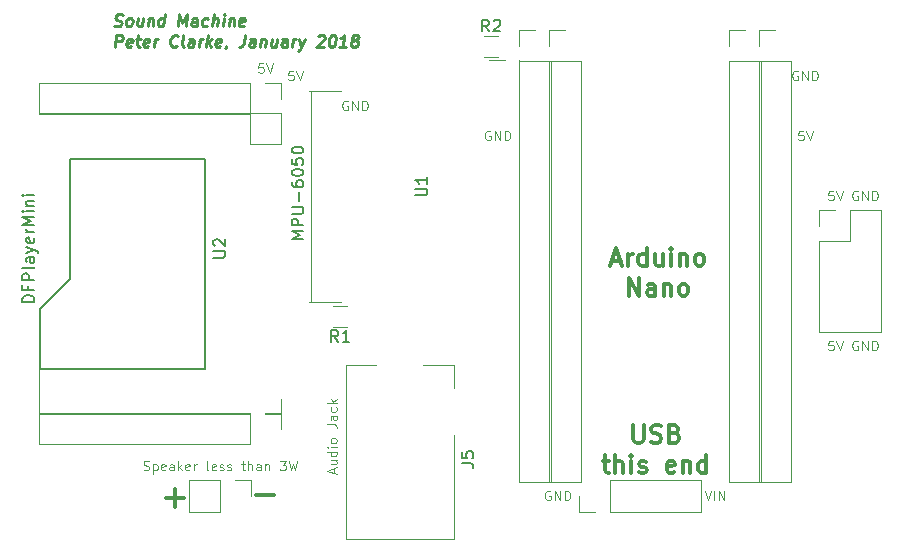
<source format=gto>
G04 #@! TF.FileFunction,Legend,Top*
%FSLAX46Y46*%
G04 Gerber Fmt 4.6, Leading zero omitted, Abs format (unit mm)*
G04 Created by KiCad (PCBNEW 4.0.7-e2-6376~58~ubuntu16.04.1) date Sat Dec 23 21:02:57 2017*
%MOMM*%
%LPD*%
G01*
G04 APERTURE LIST*
%ADD10C,0.100000*%
%ADD11C,0.300000*%
%ADD12C,0.250000*%
%ADD13C,0.120000*%
%ADD14C,0.150000*%
G04 APERTURE END LIST*
D10*
D11*
X121158095Y-147208857D02*
X122681905Y-147208857D01*
X113538095Y-147462857D02*
X115061905Y-147462857D01*
X114300000Y-148224762D02*
X114300000Y-146700952D01*
D12*
X109168381Y-107479762D02*
X109305285Y-107527381D01*
X109543381Y-107527381D01*
X109644572Y-107479762D01*
X109698143Y-107432143D01*
X109757667Y-107336905D01*
X109769572Y-107241667D01*
X109733857Y-107146429D01*
X109692191Y-107098810D01*
X109602905Y-107051190D01*
X109418381Y-107003571D01*
X109329095Y-106955952D01*
X109287428Y-106908333D01*
X109251714Y-106813095D01*
X109263619Y-106717857D01*
X109323143Y-106622619D01*
X109376714Y-106575000D01*
X109477904Y-106527381D01*
X109716000Y-106527381D01*
X109852905Y-106575000D01*
X110305285Y-107527381D02*
X110216000Y-107479762D01*
X110174333Y-107432143D01*
X110138619Y-107336905D01*
X110174333Y-107051190D01*
X110233857Y-106955952D01*
X110287428Y-106908333D01*
X110388619Y-106860714D01*
X110531477Y-106860714D01*
X110620762Y-106908333D01*
X110662429Y-106955952D01*
X110698143Y-107051190D01*
X110662429Y-107336905D01*
X110602905Y-107432143D01*
X110549334Y-107479762D01*
X110448143Y-107527381D01*
X110305285Y-107527381D01*
X111579096Y-106860714D02*
X111495762Y-107527381D01*
X111150524Y-106860714D02*
X111085048Y-107384524D01*
X111120762Y-107479762D01*
X111210047Y-107527381D01*
X111352905Y-107527381D01*
X111454096Y-107479762D01*
X111507667Y-107432143D01*
X112055286Y-106860714D02*
X111971952Y-107527381D01*
X112043381Y-106955952D02*
X112096952Y-106908333D01*
X112198143Y-106860714D01*
X112341001Y-106860714D01*
X112430286Y-106908333D01*
X112466001Y-107003571D01*
X112400524Y-107527381D01*
X113305286Y-107527381D02*
X113430286Y-106527381D01*
X113311239Y-107479762D02*
X113210048Y-107527381D01*
X113019571Y-107527381D01*
X112930286Y-107479762D01*
X112888619Y-107432143D01*
X112852905Y-107336905D01*
X112888619Y-107051190D01*
X112948143Y-106955952D01*
X113001714Y-106908333D01*
X113102905Y-106860714D01*
X113293382Y-106860714D01*
X113382667Y-106908333D01*
X114543381Y-107527381D02*
X114668381Y-106527381D01*
X114912430Y-107241667D01*
X115335048Y-106527381D01*
X115210048Y-107527381D01*
X116114810Y-107527381D02*
X116180287Y-107003571D01*
X116144572Y-106908333D01*
X116055287Y-106860714D01*
X115864810Y-106860714D01*
X115763619Y-106908333D01*
X116120763Y-107479762D02*
X116019572Y-107527381D01*
X115781476Y-107527381D01*
X115692191Y-107479762D01*
X115656477Y-107384524D01*
X115668381Y-107289286D01*
X115727905Y-107194048D01*
X115829095Y-107146429D01*
X116067191Y-107146429D01*
X116168382Y-107098810D01*
X117025525Y-107479762D02*
X116924334Y-107527381D01*
X116733857Y-107527381D01*
X116644572Y-107479762D01*
X116602905Y-107432143D01*
X116567191Y-107336905D01*
X116602905Y-107051190D01*
X116662429Y-106955952D01*
X116716000Y-106908333D01*
X116817191Y-106860714D01*
X117007668Y-106860714D01*
X117096953Y-106908333D01*
X117448143Y-107527381D02*
X117573143Y-106527381D01*
X117876715Y-107527381D02*
X117942192Y-107003571D01*
X117906477Y-106908333D01*
X117817192Y-106860714D01*
X117674334Y-106860714D01*
X117573143Y-106908333D01*
X117519572Y-106955952D01*
X118352905Y-107527381D02*
X118436239Y-106860714D01*
X118477905Y-106527381D02*
X118424334Y-106575000D01*
X118466001Y-106622619D01*
X118519572Y-106575000D01*
X118477905Y-106527381D01*
X118466001Y-106622619D01*
X118912429Y-106860714D02*
X118829095Y-107527381D01*
X118900524Y-106955952D02*
X118954095Y-106908333D01*
X119055286Y-106860714D01*
X119198144Y-106860714D01*
X119287429Y-106908333D01*
X119323144Y-107003571D01*
X119257667Y-107527381D01*
X120120763Y-107479762D02*
X120019572Y-107527381D01*
X119829095Y-107527381D01*
X119739810Y-107479762D01*
X119704096Y-107384524D01*
X119751715Y-107003571D01*
X119811238Y-106908333D01*
X119912429Y-106860714D01*
X120102906Y-106860714D01*
X120192191Y-106908333D01*
X120227906Y-107003571D01*
X120216001Y-107098810D01*
X119727905Y-107194048D01*
X109210047Y-109277381D02*
X109335047Y-108277381D01*
X109716000Y-108277381D01*
X109805286Y-108325000D01*
X109846953Y-108372619D01*
X109882667Y-108467857D01*
X109864810Y-108610714D01*
X109805286Y-108705952D01*
X109751715Y-108753571D01*
X109650524Y-108801190D01*
X109269571Y-108801190D01*
X110596953Y-109229762D02*
X110495762Y-109277381D01*
X110305285Y-109277381D01*
X110216000Y-109229762D01*
X110180286Y-109134524D01*
X110227905Y-108753571D01*
X110287428Y-108658333D01*
X110388619Y-108610714D01*
X110579096Y-108610714D01*
X110668381Y-108658333D01*
X110704096Y-108753571D01*
X110692191Y-108848810D01*
X110204095Y-108944048D01*
X111007667Y-108610714D02*
X111388619Y-108610714D01*
X111192190Y-108277381D02*
X111085048Y-109134524D01*
X111120762Y-109229762D01*
X111210047Y-109277381D01*
X111305285Y-109277381D01*
X112025525Y-109229762D02*
X111924334Y-109277381D01*
X111733857Y-109277381D01*
X111644572Y-109229762D01*
X111608858Y-109134524D01*
X111656477Y-108753571D01*
X111716000Y-108658333D01*
X111817191Y-108610714D01*
X112007668Y-108610714D01*
X112096953Y-108658333D01*
X112132668Y-108753571D01*
X112120763Y-108848810D01*
X111632667Y-108944048D01*
X112495762Y-109277381D02*
X112579096Y-108610714D01*
X112555286Y-108801190D02*
X112614810Y-108705952D01*
X112668381Y-108658333D01*
X112769572Y-108610714D01*
X112864811Y-108610714D01*
X114460049Y-109182143D02*
X114406478Y-109229762D01*
X114257668Y-109277381D01*
X114162430Y-109277381D01*
X114025525Y-109229762D01*
X113942192Y-109134524D01*
X113906477Y-109039286D01*
X113882668Y-108848810D01*
X113900525Y-108705952D01*
X113971954Y-108515476D01*
X114031477Y-108420238D01*
X114138620Y-108325000D01*
X114287430Y-108277381D01*
X114382668Y-108277381D01*
X114519573Y-108325000D01*
X114561240Y-108372619D01*
X115019572Y-109277381D02*
X114930287Y-109229762D01*
X114894573Y-109134524D01*
X115001715Y-108277381D01*
X115829097Y-109277381D02*
X115894574Y-108753571D01*
X115858859Y-108658333D01*
X115769574Y-108610714D01*
X115579097Y-108610714D01*
X115477906Y-108658333D01*
X115835050Y-109229762D02*
X115733859Y-109277381D01*
X115495763Y-109277381D01*
X115406478Y-109229762D01*
X115370764Y-109134524D01*
X115382668Y-109039286D01*
X115442192Y-108944048D01*
X115543382Y-108896429D01*
X115781478Y-108896429D01*
X115882669Y-108848810D01*
X116305287Y-109277381D02*
X116388621Y-108610714D01*
X116364811Y-108801190D02*
X116424335Y-108705952D01*
X116477906Y-108658333D01*
X116579097Y-108610714D01*
X116674336Y-108610714D01*
X116924335Y-109277381D02*
X117049335Y-108277381D01*
X117067192Y-108896429D02*
X117305288Y-109277381D01*
X117388622Y-108610714D02*
X116960050Y-108991667D01*
X118120765Y-109229762D02*
X118019574Y-109277381D01*
X117829097Y-109277381D01*
X117739812Y-109229762D01*
X117704098Y-109134524D01*
X117751717Y-108753571D01*
X117811240Y-108658333D01*
X117912431Y-108610714D01*
X118102908Y-108610714D01*
X118192193Y-108658333D01*
X118227908Y-108753571D01*
X118216003Y-108848810D01*
X117727907Y-108944048D01*
X118644574Y-109229762D02*
X118638621Y-109277381D01*
X118579098Y-109372619D01*
X118525526Y-109420238D01*
X120239812Y-108277381D02*
X120150527Y-108991667D01*
X120085050Y-109134524D01*
X119977907Y-109229762D01*
X119829097Y-109277381D01*
X119733859Y-109277381D01*
X121019574Y-109277381D02*
X121085051Y-108753571D01*
X121049336Y-108658333D01*
X120960051Y-108610714D01*
X120769574Y-108610714D01*
X120668383Y-108658333D01*
X121025527Y-109229762D02*
X120924336Y-109277381D01*
X120686240Y-109277381D01*
X120596955Y-109229762D01*
X120561241Y-109134524D01*
X120573145Y-109039286D01*
X120632669Y-108944048D01*
X120733859Y-108896429D01*
X120971955Y-108896429D01*
X121073146Y-108848810D01*
X121579098Y-108610714D02*
X121495764Y-109277381D01*
X121567193Y-108705952D02*
X121620764Y-108658333D01*
X121721955Y-108610714D01*
X121864813Y-108610714D01*
X121954098Y-108658333D01*
X121989813Y-108753571D01*
X121924336Y-109277381D01*
X122912432Y-108610714D02*
X122829098Y-109277381D01*
X122483860Y-108610714D02*
X122418384Y-109134524D01*
X122454098Y-109229762D01*
X122543383Y-109277381D01*
X122686241Y-109277381D01*
X122787432Y-109229762D01*
X122841003Y-109182143D01*
X123733860Y-109277381D02*
X123799337Y-108753571D01*
X123763622Y-108658333D01*
X123674337Y-108610714D01*
X123483860Y-108610714D01*
X123382669Y-108658333D01*
X123739813Y-109229762D02*
X123638622Y-109277381D01*
X123400526Y-109277381D01*
X123311241Y-109229762D01*
X123275527Y-109134524D01*
X123287431Y-109039286D01*
X123346955Y-108944048D01*
X123448145Y-108896429D01*
X123686241Y-108896429D01*
X123787432Y-108848810D01*
X124210050Y-109277381D02*
X124293384Y-108610714D01*
X124269574Y-108801190D02*
X124329098Y-108705952D01*
X124382669Y-108658333D01*
X124483860Y-108610714D01*
X124579099Y-108610714D01*
X124817194Y-108610714D02*
X124971955Y-109277381D01*
X125293385Y-108610714D02*
X124971955Y-109277381D01*
X124846955Y-109515476D01*
X124793384Y-109563095D01*
X124692194Y-109610714D01*
X126418385Y-108372619D02*
X126471956Y-108325000D01*
X126573146Y-108277381D01*
X126811242Y-108277381D01*
X126900528Y-108325000D01*
X126942195Y-108372619D01*
X126977909Y-108467857D01*
X126966004Y-108563095D01*
X126900528Y-108705952D01*
X126257670Y-109277381D01*
X126876718Y-109277381D01*
X127620765Y-108277381D02*
X127716004Y-108277381D01*
X127805290Y-108325000D01*
X127846957Y-108372619D01*
X127882671Y-108467857D01*
X127906480Y-108658333D01*
X127876718Y-108896429D01*
X127805290Y-109086905D01*
X127745766Y-109182143D01*
X127692195Y-109229762D01*
X127591004Y-109277381D01*
X127495765Y-109277381D01*
X127406480Y-109229762D01*
X127364813Y-109182143D01*
X127329099Y-109086905D01*
X127305289Y-108896429D01*
X127335051Y-108658333D01*
X127406480Y-108467857D01*
X127466004Y-108372619D01*
X127519575Y-108325000D01*
X127620765Y-108277381D01*
X128781480Y-109277381D02*
X128210051Y-109277381D01*
X128495765Y-109277381D02*
X128620765Y-108277381D01*
X128507670Y-108420238D01*
X128400528Y-108515476D01*
X128299337Y-108563095D01*
X129424337Y-108705952D02*
X129335051Y-108658333D01*
X129293385Y-108610714D01*
X129257671Y-108515476D01*
X129263623Y-108467857D01*
X129323147Y-108372619D01*
X129376718Y-108325000D01*
X129477908Y-108277381D01*
X129668385Y-108277381D01*
X129757671Y-108325000D01*
X129799338Y-108372619D01*
X129835052Y-108467857D01*
X129829100Y-108515476D01*
X129769576Y-108610714D01*
X129716004Y-108658333D01*
X129614814Y-108705952D01*
X129424337Y-108705952D01*
X129323147Y-108753571D01*
X129269575Y-108801190D01*
X129210051Y-108896429D01*
X129186242Y-109086905D01*
X129221956Y-109182143D01*
X129263623Y-109229762D01*
X129352908Y-109277381D01*
X129543385Y-109277381D01*
X129644576Y-109229762D01*
X129698147Y-109182143D01*
X129757671Y-109086905D01*
X129781480Y-108896429D01*
X129745766Y-108801190D01*
X129704100Y-108753571D01*
X129614814Y-108705952D01*
D10*
X111633808Y-145103810D02*
X111748094Y-145141905D01*
X111938570Y-145141905D01*
X112014760Y-145103810D01*
X112052856Y-145065714D01*
X112090951Y-144989524D01*
X112090951Y-144913333D01*
X112052856Y-144837143D01*
X112014760Y-144799048D01*
X111938570Y-144760952D01*
X111786189Y-144722857D01*
X111709998Y-144684762D01*
X111671903Y-144646667D01*
X111633808Y-144570476D01*
X111633808Y-144494286D01*
X111671903Y-144418095D01*
X111709998Y-144380000D01*
X111786189Y-144341905D01*
X111976665Y-144341905D01*
X112090951Y-144380000D01*
X112433808Y-144608571D02*
X112433808Y-145408571D01*
X112433808Y-144646667D02*
X112509999Y-144608571D01*
X112662380Y-144608571D01*
X112738570Y-144646667D01*
X112776665Y-144684762D01*
X112814761Y-144760952D01*
X112814761Y-144989524D01*
X112776665Y-145065714D01*
X112738570Y-145103810D01*
X112662380Y-145141905D01*
X112509999Y-145141905D01*
X112433808Y-145103810D01*
X113462380Y-145103810D02*
X113386190Y-145141905D01*
X113233809Y-145141905D01*
X113157618Y-145103810D01*
X113119523Y-145027619D01*
X113119523Y-144722857D01*
X113157618Y-144646667D01*
X113233809Y-144608571D01*
X113386190Y-144608571D01*
X113462380Y-144646667D01*
X113500475Y-144722857D01*
X113500475Y-144799048D01*
X113119523Y-144875238D01*
X114186189Y-145141905D02*
X114186189Y-144722857D01*
X114148094Y-144646667D01*
X114071904Y-144608571D01*
X113919523Y-144608571D01*
X113843332Y-144646667D01*
X114186189Y-145103810D02*
X114109999Y-145141905D01*
X113919523Y-145141905D01*
X113843332Y-145103810D01*
X113805237Y-145027619D01*
X113805237Y-144951429D01*
X113843332Y-144875238D01*
X113919523Y-144837143D01*
X114109999Y-144837143D01*
X114186189Y-144799048D01*
X114567142Y-145141905D02*
X114567142Y-144341905D01*
X114643333Y-144837143D02*
X114871904Y-145141905D01*
X114871904Y-144608571D02*
X114567142Y-144913333D01*
X115519523Y-145103810D02*
X115443333Y-145141905D01*
X115290952Y-145141905D01*
X115214761Y-145103810D01*
X115176666Y-145027619D01*
X115176666Y-144722857D01*
X115214761Y-144646667D01*
X115290952Y-144608571D01*
X115443333Y-144608571D01*
X115519523Y-144646667D01*
X115557618Y-144722857D01*
X115557618Y-144799048D01*
X115176666Y-144875238D01*
X115900475Y-145141905D02*
X115900475Y-144608571D01*
X115900475Y-144760952D02*
X115938570Y-144684762D01*
X115976666Y-144646667D01*
X116052856Y-144608571D01*
X116129047Y-144608571D01*
X117119523Y-145141905D02*
X117043332Y-145103810D01*
X117005237Y-145027619D01*
X117005237Y-144341905D01*
X117729047Y-145103810D02*
X117652857Y-145141905D01*
X117500476Y-145141905D01*
X117424285Y-145103810D01*
X117386190Y-145027619D01*
X117386190Y-144722857D01*
X117424285Y-144646667D01*
X117500476Y-144608571D01*
X117652857Y-144608571D01*
X117729047Y-144646667D01*
X117767142Y-144722857D01*
X117767142Y-144799048D01*
X117386190Y-144875238D01*
X118071904Y-145103810D02*
X118148094Y-145141905D01*
X118300475Y-145141905D01*
X118376666Y-145103810D01*
X118414761Y-145027619D01*
X118414761Y-144989524D01*
X118376666Y-144913333D01*
X118300475Y-144875238D01*
X118186190Y-144875238D01*
X118109999Y-144837143D01*
X118071904Y-144760952D01*
X118071904Y-144722857D01*
X118109999Y-144646667D01*
X118186190Y-144608571D01*
X118300475Y-144608571D01*
X118376666Y-144646667D01*
X118719523Y-145103810D02*
X118795713Y-145141905D01*
X118948094Y-145141905D01*
X119024285Y-145103810D01*
X119062380Y-145027619D01*
X119062380Y-144989524D01*
X119024285Y-144913333D01*
X118948094Y-144875238D01*
X118833809Y-144875238D01*
X118757618Y-144837143D01*
X118719523Y-144760952D01*
X118719523Y-144722857D01*
X118757618Y-144646667D01*
X118833809Y-144608571D01*
X118948094Y-144608571D01*
X119024285Y-144646667D01*
X119900475Y-144608571D02*
X120205237Y-144608571D01*
X120014761Y-144341905D02*
X120014761Y-145027619D01*
X120052856Y-145103810D01*
X120129047Y-145141905D01*
X120205237Y-145141905D01*
X120471904Y-145141905D02*
X120471904Y-144341905D01*
X120814761Y-145141905D02*
X120814761Y-144722857D01*
X120776666Y-144646667D01*
X120700476Y-144608571D01*
X120586190Y-144608571D01*
X120509999Y-144646667D01*
X120471904Y-144684762D01*
X121538571Y-145141905D02*
X121538571Y-144722857D01*
X121500476Y-144646667D01*
X121424286Y-144608571D01*
X121271905Y-144608571D01*
X121195714Y-144646667D01*
X121538571Y-145103810D02*
X121462381Y-145141905D01*
X121271905Y-145141905D01*
X121195714Y-145103810D01*
X121157619Y-145027619D01*
X121157619Y-144951429D01*
X121195714Y-144875238D01*
X121271905Y-144837143D01*
X121462381Y-144837143D01*
X121538571Y-144799048D01*
X121919524Y-144608571D02*
X121919524Y-145141905D01*
X121919524Y-144684762D02*
X121957619Y-144646667D01*
X122033810Y-144608571D01*
X122148096Y-144608571D01*
X122224286Y-144646667D01*
X122262381Y-144722857D01*
X122262381Y-145141905D01*
X123176668Y-144341905D02*
X123671906Y-144341905D01*
X123405239Y-144646667D01*
X123519525Y-144646667D01*
X123595715Y-144684762D01*
X123633811Y-144722857D01*
X123671906Y-144799048D01*
X123671906Y-144989524D01*
X123633811Y-145065714D01*
X123595715Y-145103810D01*
X123519525Y-145141905D01*
X123290953Y-145141905D01*
X123214763Y-145103810D01*
X123176668Y-145065714D01*
X123938573Y-144341905D02*
X124129049Y-145141905D01*
X124281430Y-144570476D01*
X124433811Y-145141905D01*
X124624287Y-144341905D01*
X127768333Y-145344762D02*
X127768333Y-144963810D01*
X127996905Y-145420953D02*
X127196905Y-145154286D01*
X127996905Y-144887619D01*
X127463571Y-144278096D02*
X127996905Y-144278096D01*
X127463571Y-144620953D02*
X127882619Y-144620953D01*
X127958810Y-144582858D01*
X127996905Y-144506667D01*
X127996905Y-144392381D01*
X127958810Y-144316191D01*
X127920714Y-144278096D01*
X127996905Y-143554286D02*
X127196905Y-143554286D01*
X127958810Y-143554286D02*
X127996905Y-143630476D01*
X127996905Y-143782857D01*
X127958810Y-143859048D01*
X127920714Y-143897143D01*
X127844524Y-143935238D01*
X127615952Y-143935238D01*
X127539762Y-143897143D01*
X127501667Y-143859048D01*
X127463571Y-143782857D01*
X127463571Y-143630476D01*
X127501667Y-143554286D01*
X127996905Y-143173333D02*
X127463571Y-143173333D01*
X127196905Y-143173333D02*
X127235000Y-143211428D01*
X127273095Y-143173333D01*
X127235000Y-143135238D01*
X127196905Y-143173333D01*
X127273095Y-143173333D01*
X127996905Y-142678095D02*
X127958810Y-142754286D01*
X127920714Y-142792381D01*
X127844524Y-142830476D01*
X127615952Y-142830476D01*
X127539762Y-142792381D01*
X127501667Y-142754286D01*
X127463571Y-142678095D01*
X127463571Y-142563809D01*
X127501667Y-142487619D01*
X127539762Y-142449524D01*
X127615952Y-142411428D01*
X127844524Y-142411428D01*
X127920714Y-142449524D01*
X127958810Y-142487619D01*
X127996905Y-142563809D01*
X127996905Y-142678095D01*
X127196905Y-141230475D02*
X127768333Y-141230475D01*
X127882619Y-141268571D01*
X127958810Y-141344761D01*
X127996905Y-141459047D01*
X127996905Y-141535237D01*
X127996905Y-140506666D02*
X127577857Y-140506666D01*
X127501667Y-140544761D01*
X127463571Y-140620951D01*
X127463571Y-140773332D01*
X127501667Y-140849523D01*
X127958810Y-140506666D02*
X127996905Y-140582856D01*
X127996905Y-140773332D01*
X127958810Y-140849523D01*
X127882619Y-140887618D01*
X127806429Y-140887618D01*
X127730238Y-140849523D01*
X127692143Y-140773332D01*
X127692143Y-140582856D01*
X127654048Y-140506666D01*
X127958810Y-139782856D02*
X127996905Y-139859046D01*
X127996905Y-140011427D01*
X127958810Y-140087618D01*
X127920714Y-140125713D01*
X127844524Y-140163808D01*
X127615952Y-140163808D01*
X127539762Y-140125713D01*
X127501667Y-140087618D01*
X127463571Y-140011427D01*
X127463571Y-139859046D01*
X127501667Y-139782856D01*
X127996905Y-139439999D02*
X127196905Y-139439999D01*
X127692143Y-139363808D02*
X127996905Y-139135237D01*
X127463571Y-139135237D02*
X127768333Y-139439999D01*
X128930477Y-113900000D02*
X128854286Y-113861905D01*
X128740001Y-113861905D01*
X128625715Y-113900000D01*
X128549524Y-113976190D01*
X128511429Y-114052381D01*
X128473334Y-114204762D01*
X128473334Y-114319048D01*
X128511429Y-114471429D01*
X128549524Y-114547619D01*
X128625715Y-114623810D01*
X128740001Y-114661905D01*
X128816191Y-114661905D01*
X128930477Y-114623810D01*
X128968572Y-114585714D01*
X128968572Y-114319048D01*
X128816191Y-114319048D01*
X129311429Y-114661905D02*
X129311429Y-113861905D01*
X129768572Y-114661905D01*
X129768572Y-113861905D01*
X130149524Y-114661905D02*
X130149524Y-113861905D01*
X130340000Y-113861905D01*
X130454286Y-113900000D01*
X130530477Y-113976190D01*
X130568572Y-114052381D01*
X130606667Y-114204762D01*
X130606667Y-114319048D01*
X130568572Y-114471429D01*
X130530477Y-114547619D01*
X130454286Y-114623810D01*
X130340000Y-114661905D01*
X130149524Y-114661905D01*
X121767620Y-110686905D02*
X121386667Y-110686905D01*
X121348572Y-111067857D01*
X121386667Y-111029762D01*
X121462858Y-110991667D01*
X121653334Y-110991667D01*
X121729524Y-111029762D01*
X121767620Y-111067857D01*
X121805715Y-111144048D01*
X121805715Y-111334524D01*
X121767620Y-111410714D01*
X121729524Y-111448810D01*
X121653334Y-111486905D01*
X121462858Y-111486905D01*
X121386667Y-111448810D01*
X121348572Y-111410714D01*
X122034286Y-110686905D02*
X122300953Y-111486905D01*
X122567620Y-110686905D01*
X124307620Y-111321905D02*
X123926667Y-111321905D01*
X123888572Y-111702857D01*
X123926667Y-111664762D01*
X124002858Y-111626667D01*
X124193334Y-111626667D01*
X124269524Y-111664762D01*
X124307620Y-111702857D01*
X124345715Y-111779048D01*
X124345715Y-111969524D01*
X124307620Y-112045714D01*
X124269524Y-112083810D01*
X124193334Y-112121905D01*
X124002858Y-112121905D01*
X123926667Y-112083810D01*
X123888572Y-112045714D01*
X124574286Y-111321905D02*
X124840953Y-112121905D01*
X125107620Y-111321905D01*
X159143810Y-146881905D02*
X159410477Y-147681905D01*
X159677144Y-146881905D01*
X159943810Y-147681905D02*
X159943810Y-146881905D01*
X160324762Y-147681905D02*
X160324762Y-146881905D01*
X160781905Y-147681905D01*
X160781905Y-146881905D01*
X146075477Y-146920000D02*
X145999286Y-146881905D01*
X145885001Y-146881905D01*
X145770715Y-146920000D01*
X145694524Y-146996190D01*
X145656429Y-147072381D01*
X145618334Y-147224762D01*
X145618334Y-147339048D01*
X145656429Y-147491429D01*
X145694524Y-147567619D01*
X145770715Y-147643810D01*
X145885001Y-147681905D01*
X145961191Y-147681905D01*
X146075477Y-147643810D01*
X146113572Y-147605714D01*
X146113572Y-147339048D01*
X145961191Y-147339048D01*
X146456429Y-147681905D02*
X146456429Y-146881905D01*
X146913572Y-147681905D01*
X146913572Y-146881905D01*
X147294524Y-147681905D02*
X147294524Y-146881905D01*
X147485000Y-146881905D01*
X147599286Y-146920000D01*
X147675477Y-146996190D01*
X147713572Y-147072381D01*
X147751667Y-147224762D01*
X147751667Y-147339048D01*
X147713572Y-147491429D01*
X147675477Y-147567619D01*
X147599286Y-147643810D01*
X147485000Y-147681905D01*
X147294524Y-147681905D01*
X140995477Y-116440000D02*
X140919286Y-116401905D01*
X140805001Y-116401905D01*
X140690715Y-116440000D01*
X140614524Y-116516190D01*
X140576429Y-116592381D01*
X140538334Y-116744762D01*
X140538334Y-116859048D01*
X140576429Y-117011429D01*
X140614524Y-117087619D01*
X140690715Y-117163810D01*
X140805001Y-117201905D01*
X140881191Y-117201905D01*
X140995477Y-117163810D01*
X141033572Y-117125714D01*
X141033572Y-116859048D01*
X140881191Y-116859048D01*
X141376429Y-117201905D02*
X141376429Y-116401905D01*
X141833572Y-117201905D01*
X141833572Y-116401905D01*
X142214524Y-117201905D02*
X142214524Y-116401905D01*
X142405000Y-116401905D01*
X142519286Y-116440000D01*
X142595477Y-116516190D01*
X142633572Y-116592381D01*
X142671667Y-116744762D01*
X142671667Y-116859048D01*
X142633572Y-117011429D01*
X142595477Y-117087619D01*
X142519286Y-117163810D01*
X142405000Y-117201905D01*
X142214524Y-117201905D01*
X167030477Y-111360000D02*
X166954286Y-111321905D01*
X166840001Y-111321905D01*
X166725715Y-111360000D01*
X166649524Y-111436190D01*
X166611429Y-111512381D01*
X166573334Y-111664762D01*
X166573334Y-111779048D01*
X166611429Y-111931429D01*
X166649524Y-112007619D01*
X166725715Y-112083810D01*
X166840001Y-112121905D01*
X166916191Y-112121905D01*
X167030477Y-112083810D01*
X167068572Y-112045714D01*
X167068572Y-111779048D01*
X166916191Y-111779048D01*
X167411429Y-112121905D02*
X167411429Y-111321905D01*
X167868572Y-112121905D01*
X167868572Y-111321905D01*
X168249524Y-112121905D02*
X168249524Y-111321905D01*
X168440000Y-111321905D01*
X168554286Y-111360000D01*
X168630477Y-111436190D01*
X168668572Y-111512381D01*
X168706667Y-111664762D01*
X168706667Y-111779048D01*
X168668572Y-111931429D01*
X168630477Y-112007619D01*
X168554286Y-112083810D01*
X168440000Y-112121905D01*
X168249524Y-112121905D01*
X167487620Y-116401905D02*
X167106667Y-116401905D01*
X167068572Y-116782857D01*
X167106667Y-116744762D01*
X167182858Y-116706667D01*
X167373334Y-116706667D01*
X167449524Y-116744762D01*
X167487620Y-116782857D01*
X167525715Y-116859048D01*
X167525715Y-117049524D01*
X167487620Y-117125714D01*
X167449524Y-117163810D01*
X167373334Y-117201905D01*
X167182858Y-117201905D01*
X167106667Y-117163810D01*
X167068572Y-117125714D01*
X167754286Y-116401905D02*
X168020953Y-117201905D01*
X168287620Y-116401905D01*
X170027620Y-121481905D02*
X169646667Y-121481905D01*
X169608572Y-121862857D01*
X169646667Y-121824762D01*
X169722858Y-121786667D01*
X169913334Y-121786667D01*
X169989524Y-121824762D01*
X170027620Y-121862857D01*
X170065715Y-121939048D01*
X170065715Y-122129524D01*
X170027620Y-122205714D01*
X169989524Y-122243810D01*
X169913334Y-122281905D01*
X169722858Y-122281905D01*
X169646667Y-122243810D01*
X169608572Y-122205714D01*
X170294286Y-121481905D02*
X170560953Y-122281905D01*
X170827620Y-121481905D01*
X172110477Y-121520000D02*
X172034286Y-121481905D01*
X171920001Y-121481905D01*
X171805715Y-121520000D01*
X171729524Y-121596190D01*
X171691429Y-121672381D01*
X171653334Y-121824762D01*
X171653334Y-121939048D01*
X171691429Y-122091429D01*
X171729524Y-122167619D01*
X171805715Y-122243810D01*
X171920001Y-122281905D01*
X171996191Y-122281905D01*
X172110477Y-122243810D01*
X172148572Y-122205714D01*
X172148572Y-121939048D01*
X171996191Y-121939048D01*
X172491429Y-122281905D02*
X172491429Y-121481905D01*
X172948572Y-122281905D01*
X172948572Y-121481905D01*
X173329524Y-122281905D02*
X173329524Y-121481905D01*
X173520000Y-121481905D01*
X173634286Y-121520000D01*
X173710477Y-121596190D01*
X173748572Y-121672381D01*
X173786667Y-121824762D01*
X173786667Y-121939048D01*
X173748572Y-122091429D01*
X173710477Y-122167619D01*
X173634286Y-122243810D01*
X173520000Y-122281905D01*
X173329524Y-122281905D01*
X172110477Y-134220000D02*
X172034286Y-134181905D01*
X171920001Y-134181905D01*
X171805715Y-134220000D01*
X171729524Y-134296190D01*
X171691429Y-134372381D01*
X171653334Y-134524762D01*
X171653334Y-134639048D01*
X171691429Y-134791429D01*
X171729524Y-134867619D01*
X171805715Y-134943810D01*
X171920001Y-134981905D01*
X171996191Y-134981905D01*
X172110477Y-134943810D01*
X172148572Y-134905714D01*
X172148572Y-134639048D01*
X171996191Y-134639048D01*
X172491429Y-134981905D02*
X172491429Y-134181905D01*
X172948572Y-134981905D01*
X172948572Y-134181905D01*
X173329524Y-134981905D02*
X173329524Y-134181905D01*
X173520000Y-134181905D01*
X173634286Y-134220000D01*
X173710477Y-134296190D01*
X173748572Y-134372381D01*
X173786667Y-134524762D01*
X173786667Y-134639048D01*
X173748572Y-134791429D01*
X173710477Y-134867619D01*
X173634286Y-134943810D01*
X173520000Y-134981905D01*
X173329524Y-134981905D01*
X170027620Y-134181905D02*
X169646667Y-134181905D01*
X169608572Y-134562857D01*
X169646667Y-134524762D01*
X169722858Y-134486667D01*
X169913334Y-134486667D01*
X169989524Y-134524762D01*
X170027620Y-134562857D01*
X170065715Y-134639048D01*
X170065715Y-134829524D01*
X170027620Y-134905714D01*
X169989524Y-134943810D01*
X169913334Y-134981905D01*
X169722858Y-134981905D01*
X169646667Y-134943810D01*
X169608572Y-134905714D01*
X170294286Y-134181905D02*
X170560953Y-134981905D01*
X170827620Y-134181905D01*
D11*
X153107143Y-141303571D02*
X153107143Y-142517857D01*
X153178571Y-142660714D01*
X153250000Y-142732143D01*
X153392857Y-142803571D01*
X153678571Y-142803571D01*
X153821429Y-142732143D01*
X153892857Y-142660714D01*
X153964286Y-142517857D01*
X153964286Y-141303571D01*
X154607143Y-142732143D02*
X154821429Y-142803571D01*
X155178572Y-142803571D01*
X155321429Y-142732143D01*
X155392858Y-142660714D01*
X155464286Y-142517857D01*
X155464286Y-142375000D01*
X155392858Y-142232143D01*
X155321429Y-142160714D01*
X155178572Y-142089286D01*
X154892858Y-142017857D01*
X154750000Y-141946429D01*
X154678572Y-141875000D01*
X154607143Y-141732143D01*
X154607143Y-141589286D01*
X154678572Y-141446429D01*
X154750000Y-141375000D01*
X154892858Y-141303571D01*
X155250000Y-141303571D01*
X155464286Y-141375000D01*
X156607143Y-142017857D02*
X156821429Y-142089286D01*
X156892857Y-142160714D01*
X156964286Y-142303571D01*
X156964286Y-142517857D01*
X156892857Y-142660714D01*
X156821429Y-142732143D01*
X156678571Y-142803571D01*
X156107143Y-142803571D01*
X156107143Y-141303571D01*
X156607143Y-141303571D01*
X156750000Y-141375000D01*
X156821429Y-141446429D01*
X156892857Y-141589286D01*
X156892857Y-141732143D01*
X156821429Y-141875000D01*
X156750000Y-141946429D01*
X156607143Y-142017857D01*
X156107143Y-142017857D01*
X150500000Y-144353571D02*
X151071429Y-144353571D01*
X150714286Y-143853571D02*
X150714286Y-145139286D01*
X150785714Y-145282143D01*
X150928572Y-145353571D01*
X151071429Y-145353571D01*
X151571429Y-145353571D02*
X151571429Y-143853571D01*
X152214286Y-145353571D02*
X152214286Y-144567857D01*
X152142857Y-144425000D01*
X152000000Y-144353571D01*
X151785715Y-144353571D01*
X151642857Y-144425000D01*
X151571429Y-144496429D01*
X152928572Y-145353571D02*
X152928572Y-144353571D01*
X152928572Y-143853571D02*
X152857143Y-143925000D01*
X152928572Y-143996429D01*
X153000000Y-143925000D01*
X152928572Y-143853571D01*
X152928572Y-143996429D01*
X153571429Y-145282143D02*
X153714286Y-145353571D01*
X154000001Y-145353571D01*
X154142858Y-145282143D01*
X154214286Y-145139286D01*
X154214286Y-145067857D01*
X154142858Y-144925000D01*
X154000001Y-144853571D01*
X153785715Y-144853571D01*
X153642858Y-144782143D01*
X153571429Y-144639286D01*
X153571429Y-144567857D01*
X153642858Y-144425000D01*
X153785715Y-144353571D01*
X154000001Y-144353571D01*
X154142858Y-144425000D01*
X156571429Y-145282143D02*
X156428572Y-145353571D01*
X156142858Y-145353571D01*
X156000001Y-145282143D01*
X155928572Y-145139286D01*
X155928572Y-144567857D01*
X156000001Y-144425000D01*
X156142858Y-144353571D01*
X156428572Y-144353571D01*
X156571429Y-144425000D01*
X156642858Y-144567857D01*
X156642858Y-144710714D01*
X155928572Y-144853571D01*
X157285715Y-144353571D02*
X157285715Y-145353571D01*
X157285715Y-144496429D02*
X157357143Y-144425000D01*
X157500001Y-144353571D01*
X157714286Y-144353571D01*
X157857143Y-144425000D01*
X157928572Y-144567857D01*
X157928572Y-145353571D01*
X159285715Y-145353571D02*
X159285715Y-143853571D01*
X159285715Y-145282143D02*
X159142858Y-145353571D01*
X158857144Y-145353571D01*
X158714286Y-145282143D01*
X158642858Y-145210714D01*
X158571429Y-145067857D01*
X158571429Y-144639286D01*
X158642858Y-144496429D01*
X158714286Y-144425000D01*
X158857144Y-144353571D01*
X159142858Y-144353571D01*
X159285715Y-144425000D01*
X151307143Y-127375000D02*
X152021429Y-127375000D01*
X151164286Y-127803571D02*
X151664286Y-126303571D01*
X152164286Y-127803571D01*
X152664286Y-127803571D02*
X152664286Y-126803571D01*
X152664286Y-127089286D02*
X152735714Y-126946429D01*
X152807143Y-126875000D01*
X152950000Y-126803571D01*
X153092857Y-126803571D01*
X154235714Y-127803571D02*
X154235714Y-126303571D01*
X154235714Y-127732143D02*
X154092857Y-127803571D01*
X153807143Y-127803571D01*
X153664285Y-127732143D01*
X153592857Y-127660714D01*
X153521428Y-127517857D01*
X153521428Y-127089286D01*
X153592857Y-126946429D01*
X153664285Y-126875000D01*
X153807143Y-126803571D01*
X154092857Y-126803571D01*
X154235714Y-126875000D01*
X155592857Y-126803571D02*
X155592857Y-127803571D01*
X154950000Y-126803571D02*
X154950000Y-127589286D01*
X155021428Y-127732143D01*
X155164286Y-127803571D01*
X155378571Y-127803571D01*
X155521428Y-127732143D01*
X155592857Y-127660714D01*
X156307143Y-127803571D02*
X156307143Y-126803571D01*
X156307143Y-126303571D02*
X156235714Y-126375000D01*
X156307143Y-126446429D01*
X156378571Y-126375000D01*
X156307143Y-126303571D01*
X156307143Y-126446429D01*
X157021429Y-126803571D02*
X157021429Y-127803571D01*
X157021429Y-126946429D02*
X157092857Y-126875000D01*
X157235715Y-126803571D01*
X157450000Y-126803571D01*
X157592857Y-126875000D01*
X157664286Y-127017857D01*
X157664286Y-127803571D01*
X158592858Y-127803571D02*
X158450000Y-127732143D01*
X158378572Y-127660714D01*
X158307143Y-127517857D01*
X158307143Y-127089286D01*
X158378572Y-126946429D01*
X158450000Y-126875000D01*
X158592858Y-126803571D01*
X158807143Y-126803571D01*
X158950000Y-126875000D01*
X159021429Y-126946429D01*
X159092858Y-127089286D01*
X159092858Y-127517857D01*
X159021429Y-127660714D01*
X158950000Y-127732143D01*
X158807143Y-127803571D01*
X158592858Y-127803571D01*
X152735714Y-130353571D02*
X152735714Y-128853571D01*
X153592857Y-130353571D01*
X153592857Y-128853571D01*
X154950000Y-130353571D02*
X154950000Y-129567857D01*
X154878571Y-129425000D01*
X154735714Y-129353571D01*
X154450000Y-129353571D01*
X154307143Y-129425000D01*
X154950000Y-130282143D02*
X154807143Y-130353571D01*
X154450000Y-130353571D01*
X154307143Y-130282143D01*
X154235714Y-130139286D01*
X154235714Y-129996429D01*
X154307143Y-129853571D01*
X154450000Y-129782143D01*
X154807143Y-129782143D01*
X154950000Y-129710714D01*
X155664286Y-129353571D02*
X155664286Y-130353571D01*
X155664286Y-129496429D02*
X155735714Y-129425000D01*
X155878572Y-129353571D01*
X156092857Y-129353571D01*
X156235714Y-129425000D01*
X156307143Y-129567857D01*
X156307143Y-130353571D01*
X157235715Y-130353571D02*
X157092857Y-130282143D01*
X157021429Y-130210714D01*
X156950000Y-130067857D01*
X156950000Y-129639286D01*
X157021429Y-129496429D01*
X157092857Y-129425000D01*
X157235715Y-129353571D01*
X157450000Y-129353571D01*
X157592857Y-129425000D01*
X157664286Y-129496429D01*
X157735715Y-129639286D01*
X157735715Y-130067857D01*
X157664286Y-130210714D01*
X157592857Y-130282143D01*
X157450000Y-130353571D01*
X157235715Y-130353571D01*
D13*
X102810000Y-112335000D02*
X102810000Y-114995000D01*
X120650000Y-112335000D02*
X102810000Y-112335000D01*
X120650000Y-114995000D02*
X102810000Y-114995000D01*
X120650000Y-112335000D02*
X120650000Y-114995000D01*
X121920000Y-112335000D02*
X123250000Y-112335000D01*
X123250000Y-112335000D02*
X123250000Y-113665000D01*
X158810000Y-148650000D02*
X158810000Y-145990000D01*
X151130000Y-148650000D02*
X158810000Y-148650000D01*
X151130000Y-145990000D02*
X158810000Y-145990000D01*
X151130000Y-148650000D02*
X151130000Y-145990000D01*
X149860000Y-148650000D02*
X148530000Y-148650000D01*
X148530000Y-148650000D02*
X148530000Y-147320000D01*
X143450000Y-146110000D02*
X146110000Y-146110000D01*
X143450000Y-110490000D02*
X143450000Y-146110000D01*
X146110000Y-110490000D02*
X146110000Y-146110000D01*
X143450000Y-110490000D02*
X146110000Y-110490000D01*
X143450000Y-109220000D02*
X143450000Y-107890000D01*
X143450000Y-107890000D02*
X144780000Y-107890000D01*
X163770000Y-146110000D02*
X166430000Y-146110000D01*
X163770000Y-110490000D02*
X163770000Y-146110000D01*
X166430000Y-110490000D02*
X166430000Y-146110000D01*
X163770000Y-110490000D02*
X166430000Y-110490000D01*
X163770000Y-109220000D02*
X163770000Y-107890000D01*
X163770000Y-107890000D02*
X165100000Y-107890000D01*
X137950000Y-142160000D02*
X137950000Y-150960000D01*
X137950000Y-150960000D02*
X128750000Y-150960000D01*
X135250000Y-136260000D02*
X137950000Y-136260000D01*
X137950000Y-136260000D02*
X137950000Y-138160000D01*
X128750000Y-150960000D02*
X128750000Y-136260000D01*
X128750000Y-136260000D02*
X131350000Y-136260000D01*
X115510000Y-145990000D02*
X115510000Y-148650000D01*
X118110000Y-145990000D02*
X115510000Y-145990000D01*
X118110000Y-148650000D02*
X115510000Y-148650000D01*
X118110000Y-145990000D02*
X118110000Y-148650000D01*
X119380000Y-145990000D02*
X120710000Y-145990000D01*
X120710000Y-145990000D02*
X120710000Y-147320000D01*
X128870000Y-132960000D02*
X127670000Y-132960000D01*
X127670000Y-131200000D02*
X128870000Y-131200000D01*
X141650000Y-110100000D02*
X140450000Y-110100000D01*
X140450000Y-108340000D02*
X141650000Y-108340000D01*
X145990000Y-146110000D02*
X148650000Y-146110000D01*
X145990000Y-110490000D02*
X145990000Y-146110000D01*
X148650000Y-110490000D02*
X148650000Y-146110000D01*
X145990000Y-110490000D02*
X148650000Y-110490000D01*
X145990000Y-109220000D02*
X145990000Y-107890000D01*
X145990000Y-107890000D02*
X147320000Y-107890000D01*
X161230000Y-146110000D02*
X163890000Y-146110000D01*
X161230000Y-110490000D02*
X161230000Y-146110000D01*
X163890000Y-110490000D02*
X163890000Y-146110000D01*
X161230000Y-110490000D02*
X163890000Y-110490000D01*
X161230000Y-109220000D02*
X161230000Y-107890000D01*
X161230000Y-107890000D02*
X162560000Y-107890000D01*
X102810000Y-140275000D02*
X102810000Y-142935000D01*
X120650000Y-140275000D02*
X102810000Y-140275000D01*
X120650000Y-142935000D02*
X102810000Y-142935000D01*
X120650000Y-140275000D02*
X120650000Y-142935000D01*
X121920000Y-140275000D02*
X123250000Y-140275000D01*
X123250000Y-140275000D02*
X123250000Y-141605000D01*
X125670000Y-130870000D02*
X128330000Y-130870000D01*
X143450000Y-113030000D02*
X143450000Y-130870000D01*
X125790000Y-113030000D02*
X125790000Y-130870000D01*
X125670000Y-113030000D02*
X128330000Y-113030000D01*
X143450000Y-111760000D02*
X143450000Y-110430000D01*
X140910000Y-110430000D02*
X142240000Y-110430000D01*
D14*
X116840000Y-118745000D02*
X116840000Y-136525000D01*
X116840000Y-136525000D02*
X102870000Y-136525000D01*
X102870000Y-136525000D02*
X102870000Y-131445000D01*
X102870000Y-131445000D02*
X105410000Y-128905000D01*
X105410000Y-128905000D02*
X105410000Y-118745000D01*
X105410000Y-118745000D02*
X116840000Y-118745000D01*
D13*
X120650000Y-140395000D02*
X102810000Y-140395000D01*
X102810000Y-140395000D02*
X102810000Y-135195000D01*
X102810000Y-114875000D02*
X123250000Y-114875000D01*
X123250000Y-114875000D02*
X123250000Y-117475000D01*
X123250000Y-117475000D02*
X120650000Y-117475000D01*
X120650000Y-114935000D02*
X120650000Y-117535000D01*
X121920000Y-140395000D02*
X123250000Y-140395000D01*
X123250000Y-140395000D02*
X123250000Y-139125000D01*
X168850000Y-133410000D02*
X174050000Y-133410000D01*
X168850000Y-125730000D02*
X168850000Y-133410000D01*
X174050000Y-123130000D02*
X174050000Y-133410000D01*
X168850000Y-125730000D02*
X171450000Y-125730000D01*
X171450000Y-125730000D02*
X171450000Y-123130000D01*
X171450000Y-123130000D02*
X174050000Y-123130000D01*
X168850000Y-124460000D02*
X168850000Y-123130000D01*
X168850000Y-123130000D02*
X170180000Y-123130000D01*
D14*
X138552381Y-144533333D02*
X139266667Y-144533333D01*
X139409524Y-144580953D01*
X139504762Y-144676191D01*
X139552381Y-144819048D01*
X139552381Y-144914286D01*
X138552381Y-143580952D02*
X138552381Y-144057143D01*
X139028571Y-144104762D01*
X138980952Y-144057143D01*
X138933333Y-143961905D01*
X138933333Y-143723809D01*
X138980952Y-143628571D01*
X139028571Y-143580952D01*
X139123810Y-143533333D01*
X139361905Y-143533333D01*
X139457143Y-143580952D01*
X139504762Y-143628571D01*
X139552381Y-143723809D01*
X139552381Y-143961905D01*
X139504762Y-144057143D01*
X139457143Y-144104762D01*
X128103334Y-134252381D02*
X127770000Y-133776190D01*
X127531905Y-134252381D02*
X127531905Y-133252381D01*
X127912858Y-133252381D01*
X128008096Y-133300000D01*
X128055715Y-133347619D01*
X128103334Y-133442857D01*
X128103334Y-133585714D01*
X128055715Y-133680952D01*
X128008096Y-133728571D01*
X127912858Y-133776190D01*
X127531905Y-133776190D01*
X129055715Y-134252381D02*
X128484286Y-134252381D01*
X128770000Y-134252381D02*
X128770000Y-133252381D01*
X128674762Y-133395238D01*
X128579524Y-133490476D01*
X128484286Y-133538095D01*
X140883334Y-107972381D02*
X140550000Y-107496190D01*
X140311905Y-107972381D02*
X140311905Y-106972381D01*
X140692858Y-106972381D01*
X140788096Y-107020000D01*
X140835715Y-107067619D01*
X140883334Y-107162857D01*
X140883334Y-107305714D01*
X140835715Y-107400952D01*
X140788096Y-107448571D01*
X140692858Y-107496190D01*
X140311905Y-107496190D01*
X141264286Y-107067619D02*
X141311905Y-107020000D01*
X141407143Y-106972381D01*
X141645239Y-106972381D01*
X141740477Y-107020000D01*
X141788096Y-107067619D01*
X141835715Y-107162857D01*
X141835715Y-107258095D01*
X141788096Y-107400952D01*
X141216667Y-107972381D01*
X141835715Y-107972381D01*
X134652381Y-121861905D02*
X135461905Y-121861905D01*
X135557143Y-121814286D01*
X135604762Y-121766667D01*
X135652381Y-121671429D01*
X135652381Y-121480952D01*
X135604762Y-121385714D01*
X135557143Y-121338095D01*
X135461905Y-121290476D01*
X134652381Y-121290476D01*
X135652381Y-120290476D02*
X135652381Y-120861905D01*
X135652381Y-120576191D02*
X134652381Y-120576191D01*
X134795238Y-120671429D01*
X134890476Y-120766667D01*
X134938095Y-120861905D01*
X125166381Y-125546952D02*
X124166381Y-125546952D01*
X124880667Y-125213618D01*
X124166381Y-124880285D01*
X125166381Y-124880285D01*
X125166381Y-124404095D02*
X124166381Y-124404095D01*
X124166381Y-124023142D01*
X124214000Y-123927904D01*
X124261619Y-123880285D01*
X124356857Y-123832666D01*
X124499714Y-123832666D01*
X124594952Y-123880285D01*
X124642571Y-123927904D01*
X124690190Y-124023142D01*
X124690190Y-124404095D01*
X124166381Y-123404095D02*
X124975905Y-123404095D01*
X125071143Y-123356476D01*
X125118762Y-123308857D01*
X125166381Y-123213619D01*
X125166381Y-123023142D01*
X125118762Y-122927904D01*
X125071143Y-122880285D01*
X124975905Y-122832666D01*
X124166381Y-122832666D01*
X124785429Y-122356476D02*
X124785429Y-121594571D01*
X124166381Y-120689809D02*
X124166381Y-120880286D01*
X124214000Y-120975524D01*
X124261619Y-121023143D01*
X124404476Y-121118381D01*
X124594952Y-121166000D01*
X124975905Y-121166000D01*
X125071143Y-121118381D01*
X125118762Y-121070762D01*
X125166381Y-120975524D01*
X125166381Y-120785047D01*
X125118762Y-120689809D01*
X125071143Y-120642190D01*
X124975905Y-120594571D01*
X124737810Y-120594571D01*
X124642571Y-120642190D01*
X124594952Y-120689809D01*
X124547333Y-120785047D01*
X124547333Y-120975524D01*
X124594952Y-121070762D01*
X124642571Y-121118381D01*
X124737810Y-121166000D01*
X124166381Y-119975524D02*
X124166381Y-119880285D01*
X124214000Y-119785047D01*
X124261619Y-119737428D01*
X124356857Y-119689809D01*
X124547333Y-119642190D01*
X124785429Y-119642190D01*
X124975905Y-119689809D01*
X125071143Y-119737428D01*
X125118762Y-119785047D01*
X125166381Y-119880285D01*
X125166381Y-119975524D01*
X125118762Y-120070762D01*
X125071143Y-120118381D01*
X124975905Y-120166000D01*
X124785429Y-120213619D01*
X124547333Y-120213619D01*
X124356857Y-120166000D01*
X124261619Y-120118381D01*
X124214000Y-120070762D01*
X124166381Y-119975524D01*
X124166381Y-118737428D02*
X124166381Y-119213619D01*
X124642571Y-119261238D01*
X124594952Y-119213619D01*
X124547333Y-119118381D01*
X124547333Y-118880285D01*
X124594952Y-118785047D01*
X124642571Y-118737428D01*
X124737810Y-118689809D01*
X124975905Y-118689809D01*
X125071143Y-118737428D01*
X125118762Y-118785047D01*
X125166381Y-118880285D01*
X125166381Y-119118381D01*
X125118762Y-119213619D01*
X125071143Y-119261238D01*
X124166381Y-118070762D02*
X124166381Y-117975523D01*
X124214000Y-117880285D01*
X124261619Y-117832666D01*
X124356857Y-117785047D01*
X124547333Y-117737428D01*
X124785429Y-117737428D01*
X124975905Y-117785047D01*
X125071143Y-117832666D01*
X125118762Y-117880285D01*
X125166381Y-117975523D01*
X125166381Y-118070762D01*
X125118762Y-118166000D01*
X125071143Y-118213619D01*
X124975905Y-118261238D01*
X124785429Y-118308857D01*
X124547333Y-118308857D01*
X124356857Y-118261238D01*
X124261619Y-118213619D01*
X124214000Y-118166000D01*
X124166381Y-118070762D01*
X117552381Y-127126905D02*
X118361905Y-127126905D01*
X118457143Y-127079286D01*
X118504762Y-127031667D01*
X118552381Y-126936429D01*
X118552381Y-126745952D01*
X118504762Y-126650714D01*
X118457143Y-126603095D01*
X118361905Y-126555476D01*
X117552381Y-126555476D01*
X117647619Y-126126905D02*
X117600000Y-126079286D01*
X117552381Y-125984048D01*
X117552381Y-125745952D01*
X117600000Y-125650714D01*
X117647619Y-125603095D01*
X117742857Y-125555476D01*
X117838095Y-125555476D01*
X117980952Y-125603095D01*
X118552381Y-126174524D01*
X118552381Y-125555476D01*
X102372381Y-130888810D02*
X101372381Y-130888810D01*
X101372381Y-130650715D01*
X101420000Y-130507857D01*
X101515238Y-130412619D01*
X101610476Y-130365000D01*
X101800952Y-130317381D01*
X101943810Y-130317381D01*
X102134286Y-130365000D01*
X102229524Y-130412619D01*
X102324762Y-130507857D01*
X102372381Y-130650715D01*
X102372381Y-130888810D01*
X101848571Y-129555476D02*
X101848571Y-129888810D01*
X102372381Y-129888810D02*
X101372381Y-129888810D01*
X101372381Y-129412619D01*
X102372381Y-129031667D02*
X101372381Y-129031667D01*
X101372381Y-128650714D01*
X101420000Y-128555476D01*
X101467619Y-128507857D01*
X101562857Y-128460238D01*
X101705714Y-128460238D01*
X101800952Y-128507857D01*
X101848571Y-128555476D01*
X101896190Y-128650714D01*
X101896190Y-129031667D01*
X102372381Y-127888810D02*
X102324762Y-127984048D01*
X102229524Y-128031667D01*
X101372381Y-128031667D01*
X102372381Y-127079285D02*
X101848571Y-127079285D01*
X101753333Y-127126904D01*
X101705714Y-127222142D01*
X101705714Y-127412619D01*
X101753333Y-127507857D01*
X102324762Y-127079285D02*
X102372381Y-127174523D01*
X102372381Y-127412619D01*
X102324762Y-127507857D01*
X102229524Y-127555476D01*
X102134286Y-127555476D01*
X102039048Y-127507857D01*
X101991429Y-127412619D01*
X101991429Y-127174523D01*
X101943810Y-127079285D01*
X101705714Y-126698333D02*
X102372381Y-126460238D01*
X101705714Y-126222142D02*
X102372381Y-126460238D01*
X102610476Y-126555476D01*
X102658095Y-126603095D01*
X102705714Y-126698333D01*
X102324762Y-125460237D02*
X102372381Y-125555475D01*
X102372381Y-125745952D01*
X102324762Y-125841190D01*
X102229524Y-125888809D01*
X101848571Y-125888809D01*
X101753333Y-125841190D01*
X101705714Y-125745952D01*
X101705714Y-125555475D01*
X101753333Y-125460237D01*
X101848571Y-125412618D01*
X101943810Y-125412618D01*
X102039048Y-125888809D01*
X102372381Y-124984047D02*
X101705714Y-124984047D01*
X101896190Y-124984047D02*
X101800952Y-124936428D01*
X101753333Y-124888809D01*
X101705714Y-124793571D01*
X101705714Y-124698332D01*
X102372381Y-124364999D02*
X101372381Y-124364999D01*
X102086667Y-124031665D01*
X101372381Y-123698332D01*
X102372381Y-123698332D01*
X102372381Y-123222142D02*
X101705714Y-123222142D01*
X101372381Y-123222142D02*
X101420000Y-123269761D01*
X101467619Y-123222142D01*
X101420000Y-123174523D01*
X101372381Y-123222142D01*
X101467619Y-123222142D01*
X101705714Y-122745952D02*
X102372381Y-122745952D01*
X101800952Y-122745952D02*
X101753333Y-122698333D01*
X101705714Y-122603095D01*
X101705714Y-122460237D01*
X101753333Y-122364999D01*
X101848571Y-122317380D01*
X102372381Y-122317380D01*
X102372381Y-121841190D02*
X101705714Y-121841190D01*
X101372381Y-121841190D02*
X101420000Y-121888809D01*
X101467619Y-121841190D01*
X101420000Y-121793571D01*
X101372381Y-121841190D01*
X101467619Y-121841190D01*
M02*

</source>
